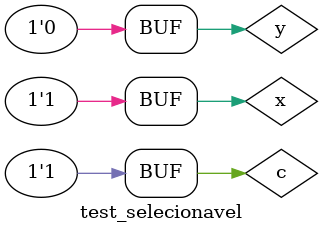
<source format=v>
 
	module selecionavel (output [0:0]saida_and, output [0:0]saida_or, output [0:0]saida_nand, output [0:0]saida_nor, output [0:0]saida_not, output [1:0]s1, 
								output [1:0]s2, output [0:0]saida0, output [0:0]saida1, input [0:0]entrada1, input [0:0]entrada2, input [0:0]chave);
	//---AND			
		and AND_1(saida_and[0], entrada1[0], entrada2[0]);
			//---OR	
		or OR_1(saida_or[0], entrada1[0], entrada2[0]);
			//---NAND		 
		nand NAND1(saida_nand[0], entrada1[0], entrada2[0]);
			//---NOR	
		nor NOR1(saida_nor[0], entrada1[0], entrada2[0]);
		
	//---NOT		 
		not NOT1(saida_not[0], chave[0]);
	//---AND		 
		and AND1(s1[0], saida_and[0], saida_not[0]);
			//---AND		
		and AND5(s1[1], saida_or[0], saida_not[0]);
			//---AND		 
		and AND9(s2[0], saida_nand[0], chave[0]);
			//---AND		
		and AND13(s2[1], saida_nor[0], chave[0]);
			//---OR		 
		or OR1(saida0[0], s1[0], s2[0]);
		
	//---OR		 
		or OR5(saida1[0], s1[1], s2[1]);
				
	endmodule //selecionavel

// ------------------------- 
// -- test selecionavel
// -------------------------
	module test_selecionavel; 
// ------------------------- definir dados 
		reg  [0:0] x;
		reg  [0:0] y;
		reg  [0:0] c;
			 
		wire [0:0] w;
		wire [0:0] k;
		wire [0:0] r;
		wire [0:0] s;
		wire [0:0] a;
		wire [1:0] h;
		wire [1:0] p;
		wire [0:0] s0;
		wire [0:0] s1;
		
		selecionavel modulo (w, k, r, s, a, h, p, s0, s1, x, y, c);

// ------------------------- parte principal
	 initial begin
		$display("Exemplo0033 - Fernando dos Santos Silva - 414506");
      $display("Test LU's module:\n");
      #1 x = 1'b0; y = 1'b0; c = 0;
		$monitor("\tChave = %1b\n x = %1b  y = %1b  Resultado = %1b  Saída ==> %1b\n", c, x, y, s0, s1);
		#1 x = 1'b0; y = 1'b1; c = 1;		
		#1 x = 1'b1; y = 1'b0; c = 0;
		#1 x = 1'b1; y = 1'b0; c = 1;
			 end
	endmodule // test_selecionavel
</source>
